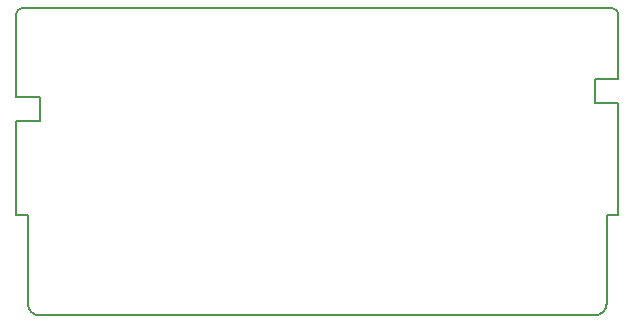
<source format=gbr>
G04 #@! TF.GenerationSoftware,KiCad,Pcbnew,5.1.5-52549c5~84~ubuntu18.04.1*
G04 #@! TF.CreationDate,2020-01-08T15:02:31-08:00*
G04 #@! TF.ProjectId,Breakout,42726561-6b6f-4757-942e-6b696361645f,A*
G04 #@! TF.SameCoordinates,Original*
G04 #@! TF.FileFunction,Profile,NP*
%FSLAX46Y46*%
G04 Gerber Fmt 4.6, Leading zero omitted, Abs format (unit mm)*
G04 Created by KiCad (PCBNEW 5.1.5-52549c5~84~ubuntu18.04.1) date 2020-01-08 15:02:31*
%MOMM*%
%LPD*%
G04 APERTURE LIST*
%ADD10C,0.150000*%
G04 APERTURE END LIST*
D10*
X114700000Y-75900000D02*
X164700000Y-75900000D01*
X116200000Y-101900000D02*
X163200000Y-101900000D01*
X115200000Y-93400000D02*
X115200000Y-100900000D01*
X114200000Y-93400000D02*
X115200000Y-93400000D01*
X114200000Y-93400000D02*
X114200000Y-85400000D01*
X114200000Y-85400000D02*
X116200000Y-85400000D01*
X116200000Y-83400000D02*
X116200000Y-85400000D01*
X116200000Y-83400000D02*
X114200000Y-83400000D01*
X114200000Y-83400000D02*
X114200000Y-76400000D01*
X114700000Y-75900000D02*
G75*
G03X114200000Y-76400000I0J-500000D01*
G01*
X116200000Y-101900000D02*
G75*
G02X115200000Y-100900000I0J1000000D01*
G01*
X163200000Y-101900000D02*
G75*
G03X164200000Y-100900000I0J1000000D01*
G01*
X163200000Y-81900000D02*
X165200000Y-81900000D01*
X164700000Y-75900000D02*
G75*
G02X165200000Y-76400000I0J-500000D01*
G01*
X165200000Y-93400000D02*
X164200000Y-93400000D01*
X164200000Y-93400000D02*
X164200000Y-100900000D01*
X165200000Y-93400000D02*
X165200000Y-83900000D01*
X165200000Y-83900000D02*
X163200000Y-83900000D01*
X165200000Y-81900000D02*
X165200000Y-76400000D01*
X163200000Y-81900000D02*
X163200000Y-83900000D01*
M02*

</source>
